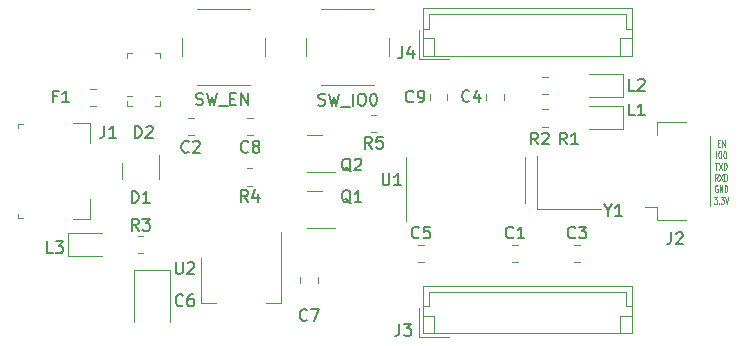
<source format=gto>
%TF.GenerationSoftware,KiCad,Pcbnew,(6.0.0)*%
%TF.CreationDate,2022-05-09T00:40:02+05:30*%
%TF.ProjectId,usb-micro-programmer,7573622d-6d69-4637-926f-2d70726f6772,rev?*%
%TF.SameCoordinates,Original*%
%TF.FileFunction,Legend,Top*%
%TF.FilePolarity,Positive*%
%FSLAX46Y46*%
G04 Gerber Fmt 4.6, Leading zero omitted, Abs format (unit mm)*
G04 Created by KiCad (PCBNEW (6.0.0)) date 2022-05-09 00:40:02*
%MOMM*%
%LPD*%
G01*
G04 APERTURE LIST*
%ADD10C,0.075000*%
%ADD11C,0.150000*%
%ADD12C,0.100000*%
%ADD13C,0.120000*%
G04 APERTURE END LIST*
D10*
X138854761Y-102642142D02*
X138988095Y-102642142D01*
X139045238Y-102956428D02*
X138854761Y-102956428D01*
X138854761Y-102356428D01*
X139045238Y-102356428D01*
X139216666Y-102956428D02*
X139216666Y-102356428D01*
X139445238Y-102956428D01*
X139445238Y-102356428D01*
X138750000Y-103922428D02*
X138750000Y-103322428D01*
X139016666Y-103322428D02*
X139092857Y-103322428D01*
X139130952Y-103351000D01*
X139169047Y-103408142D01*
X139188095Y-103522428D01*
X139188095Y-103722428D01*
X139169047Y-103836714D01*
X139130952Y-103893857D01*
X139092857Y-103922428D01*
X139016666Y-103922428D01*
X138978571Y-103893857D01*
X138940476Y-103836714D01*
X138921428Y-103722428D01*
X138921428Y-103522428D01*
X138940476Y-103408142D01*
X138978571Y-103351000D01*
X139016666Y-103322428D01*
X139435714Y-103322428D02*
X139473809Y-103322428D01*
X139511904Y-103351000D01*
X139530952Y-103379571D01*
X139550000Y-103436714D01*
X139569047Y-103551000D01*
X139569047Y-103693857D01*
X139550000Y-103808142D01*
X139530952Y-103865285D01*
X139511904Y-103893857D01*
X139473809Y-103922428D01*
X139435714Y-103922428D01*
X139397619Y-103893857D01*
X139378571Y-103865285D01*
X139359523Y-103808142D01*
X139340476Y-103693857D01*
X139340476Y-103551000D01*
X139359523Y-103436714D01*
X139378571Y-103379571D01*
X139397619Y-103351000D01*
X139435714Y-103322428D01*
X138645238Y-104288428D02*
X138873809Y-104288428D01*
X138759523Y-104888428D02*
X138759523Y-104288428D01*
X138969047Y-104288428D02*
X139235714Y-104888428D01*
X139235714Y-104288428D02*
X138969047Y-104888428D01*
X139388095Y-104888428D02*
X139388095Y-104288428D01*
X139483333Y-104288428D01*
X139540476Y-104317000D01*
X139578571Y-104374142D01*
X139597619Y-104431285D01*
X139616666Y-104545571D01*
X139616666Y-104631285D01*
X139597619Y-104745571D01*
X139578571Y-104802714D01*
X139540476Y-104859857D01*
X139483333Y-104888428D01*
X139388095Y-104888428D01*
X138883333Y-105854428D02*
X138750000Y-105568714D01*
X138654761Y-105854428D02*
X138654761Y-105254428D01*
X138807142Y-105254428D01*
X138845238Y-105283000D01*
X138864285Y-105311571D01*
X138883333Y-105368714D01*
X138883333Y-105454428D01*
X138864285Y-105511571D01*
X138845238Y-105540142D01*
X138807142Y-105568714D01*
X138654761Y-105568714D01*
X139016666Y-105254428D02*
X139283333Y-105854428D01*
X139283333Y-105254428D02*
X139016666Y-105854428D01*
X139435714Y-105854428D02*
X139435714Y-105254428D01*
X139530952Y-105254428D01*
X139588095Y-105283000D01*
X139626190Y-105340142D01*
X139645238Y-105397285D01*
X139664285Y-105511571D01*
X139664285Y-105597285D01*
X139645238Y-105711571D01*
X139626190Y-105768714D01*
X139588095Y-105825857D01*
X139530952Y-105854428D01*
X139435714Y-105854428D01*
X138845238Y-106249000D02*
X138807142Y-106220428D01*
X138750000Y-106220428D01*
X138692857Y-106249000D01*
X138654761Y-106306142D01*
X138635714Y-106363285D01*
X138616666Y-106477571D01*
X138616666Y-106563285D01*
X138635714Y-106677571D01*
X138654761Y-106734714D01*
X138692857Y-106791857D01*
X138750000Y-106820428D01*
X138788095Y-106820428D01*
X138845238Y-106791857D01*
X138864285Y-106763285D01*
X138864285Y-106563285D01*
X138788095Y-106563285D01*
X139035714Y-106820428D02*
X139035714Y-106220428D01*
X139264285Y-106820428D01*
X139264285Y-106220428D01*
X139454761Y-106820428D02*
X139454761Y-106220428D01*
X139550000Y-106220428D01*
X139607142Y-106249000D01*
X139645238Y-106306142D01*
X139664285Y-106363285D01*
X139683333Y-106477571D01*
X139683333Y-106563285D01*
X139664285Y-106677571D01*
X139645238Y-106734714D01*
X139607142Y-106791857D01*
X139550000Y-106820428D01*
X139454761Y-106820428D01*
X138559523Y-107186428D02*
X138807142Y-107186428D01*
X138673809Y-107415000D01*
X138730952Y-107415000D01*
X138769047Y-107443571D01*
X138788095Y-107472142D01*
X138807142Y-107529285D01*
X138807142Y-107672142D01*
X138788095Y-107729285D01*
X138769047Y-107757857D01*
X138730952Y-107786428D01*
X138616666Y-107786428D01*
X138578571Y-107757857D01*
X138559523Y-107729285D01*
X138978571Y-107729285D02*
X138997619Y-107757857D01*
X138978571Y-107786428D01*
X138959523Y-107757857D01*
X138978571Y-107729285D01*
X138978571Y-107786428D01*
X139130952Y-107186428D02*
X139378571Y-107186428D01*
X139245238Y-107415000D01*
X139302380Y-107415000D01*
X139340476Y-107443571D01*
X139359523Y-107472142D01*
X139378571Y-107529285D01*
X139378571Y-107672142D01*
X139359523Y-107729285D01*
X139340476Y-107757857D01*
X139302380Y-107786428D01*
X139188095Y-107786428D01*
X139150000Y-107757857D01*
X139130952Y-107729285D01*
X139492857Y-107186428D02*
X139626190Y-107786428D01*
X139759523Y-107186428D01*
D11*
%TO.C,D2*%
X89511904Y-102202380D02*
X89511904Y-101202380D01*
X89750000Y-101202380D01*
X89892857Y-101250000D01*
X89988095Y-101345238D01*
X90035714Y-101440476D01*
X90083333Y-101630952D01*
X90083333Y-101773809D01*
X90035714Y-101964285D01*
X89988095Y-102059523D01*
X89892857Y-102154761D01*
X89750000Y-102202380D01*
X89511904Y-102202380D01*
X90464285Y-101297619D02*
X90511904Y-101250000D01*
X90607142Y-101202380D01*
X90845238Y-101202380D01*
X90940476Y-101250000D01*
X90988095Y-101297619D01*
X91035714Y-101392857D01*
X91035714Y-101488095D01*
X90988095Y-101630952D01*
X90416666Y-102202380D01*
X91035714Y-102202380D01*
%TO.C,L2*%
X131833333Y-98202380D02*
X131357142Y-98202380D01*
X131357142Y-97202380D01*
X132119047Y-97297619D02*
X132166666Y-97250000D01*
X132261904Y-97202380D01*
X132500000Y-97202380D01*
X132595238Y-97250000D01*
X132642857Y-97297619D01*
X132690476Y-97392857D01*
X132690476Y-97488095D01*
X132642857Y-97630952D01*
X132071428Y-98202380D01*
X132690476Y-98202380D01*
%TO.C,F1*%
X82916666Y-98678571D02*
X82583333Y-98678571D01*
X82583333Y-99202380D02*
X82583333Y-98202380D01*
X83059523Y-98202380D01*
X83964285Y-99202380D02*
X83392857Y-99202380D01*
X83678571Y-99202380D02*
X83678571Y-98202380D01*
X83583333Y-98345238D01*
X83488095Y-98440476D01*
X83392857Y-98488095D01*
%TO.C,L1*%
X131833333Y-100302380D02*
X131357142Y-100302380D01*
X131357142Y-99302380D01*
X132690476Y-100302380D02*
X132119047Y-100302380D01*
X132404761Y-100302380D02*
X132404761Y-99302380D01*
X132309523Y-99445238D01*
X132214285Y-99540476D01*
X132119047Y-99588095D01*
%TO.C,C3*%
X126795833Y-110607142D02*
X126748214Y-110654761D01*
X126605357Y-110702380D01*
X126510119Y-110702380D01*
X126367261Y-110654761D01*
X126272023Y-110559523D01*
X126224404Y-110464285D01*
X126176785Y-110273809D01*
X126176785Y-110130952D01*
X126224404Y-109940476D01*
X126272023Y-109845238D01*
X126367261Y-109750000D01*
X126510119Y-109702380D01*
X126605357Y-109702380D01*
X126748214Y-109750000D01*
X126795833Y-109797619D01*
X127129166Y-109702380D02*
X127748214Y-109702380D01*
X127414880Y-110083333D01*
X127557738Y-110083333D01*
X127652976Y-110130952D01*
X127700595Y-110178571D01*
X127748214Y-110273809D01*
X127748214Y-110511904D01*
X127700595Y-110607142D01*
X127652976Y-110654761D01*
X127557738Y-110702380D01*
X127272023Y-110702380D01*
X127176785Y-110654761D01*
X127129166Y-110607142D01*
%TO.C,D1*%
X89261904Y-107702380D02*
X89261904Y-106702380D01*
X89500000Y-106702380D01*
X89642857Y-106750000D01*
X89738095Y-106845238D01*
X89785714Y-106940476D01*
X89833333Y-107130952D01*
X89833333Y-107273809D01*
X89785714Y-107464285D01*
X89738095Y-107559523D01*
X89642857Y-107654761D01*
X89500000Y-107702380D01*
X89261904Y-107702380D01*
X90785714Y-107702380D02*
X90214285Y-107702380D01*
X90500000Y-107702380D02*
X90500000Y-106702380D01*
X90404761Y-106845238D01*
X90309523Y-106940476D01*
X90214285Y-106988095D01*
%TO.C,U1*%
X110488095Y-105202380D02*
X110488095Y-106011904D01*
X110535714Y-106107142D01*
X110583333Y-106154761D01*
X110678571Y-106202380D01*
X110869047Y-106202380D01*
X110964285Y-106154761D01*
X111011904Y-106107142D01*
X111059523Y-106011904D01*
X111059523Y-105202380D01*
X112059523Y-106202380D02*
X111488095Y-106202380D01*
X111773809Y-106202380D02*
X111773809Y-105202380D01*
X111678571Y-105345238D01*
X111583333Y-105440476D01*
X111488095Y-105488095D01*
%TO.C,SW_IO0*%
X105067409Y-99413961D02*
X105210266Y-99461580D01*
X105448361Y-99461580D01*
X105543600Y-99413961D01*
X105591219Y-99366342D01*
X105638838Y-99271104D01*
X105638838Y-99175866D01*
X105591219Y-99080628D01*
X105543600Y-99033009D01*
X105448361Y-98985390D01*
X105257885Y-98937771D01*
X105162647Y-98890152D01*
X105115028Y-98842533D01*
X105067409Y-98747295D01*
X105067409Y-98652057D01*
X105115028Y-98556819D01*
X105162647Y-98509200D01*
X105257885Y-98461580D01*
X105495980Y-98461580D01*
X105638838Y-98509200D01*
X105972171Y-98461580D02*
X106210266Y-99461580D01*
X106400742Y-98747295D01*
X106591219Y-99461580D01*
X106829314Y-98461580D01*
X106972171Y-99556819D02*
X107734076Y-99556819D01*
X107972171Y-99461580D02*
X107972171Y-98461580D01*
X108638838Y-98461580D02*
X108829314Y-98461580D01*
X108924552Y-98509200D01*
X109019790Y-98604438D01*
X109067409Y-98794914D01*
X109067409Y-99128247D01*
X109019790Y-99318723D01*
X108924552Y-99413961D01*
X108829314Y-99461580D01*
X108638838Y-99461580D01*
X108543600Y-99413961D01*
X108448361Y-99318723D01*
X108400742Y-99128247D01*
X108400742Y-98794914D01*
X108448361Y-98604438D01*
X108543600Y-98509200D01*
X108638838Y-98461580D01*
X109686457Y-98461580D02*
X109781695Y-98461580D01*
X109876933Y-98509200D01*
X109924552Y-98556819D01*
X109972171Y-98652057D01*
X110019790Y-98842533D01*
X110019790Y-99080628D01*
X109972171Y-99271104D01*
X109924552Y-99366342D01*
X109876933Y-99413961D01*
X109781695Y-99461580D01*
X109686457Y-99461580D01*
X109591219Y-99413961D01*
X109543600Y-99366342D01*
X109495980Y-99271104D01*
X109448361Y-99080628D01*
X109448361Y-98842533D01*
X109495980Y-98652057D01*
X109543600Y-98556819D01*
X109591219Y-98509200D01*
X109686457Y-98461580D01*
%TO.C,Q1*%
X107803961Y-107735619D02*
X107708723Y-107688000D01*
X107613485Y-107592761D01*
X107470628Y-107449904D01*
X107375390Y-107402285D01*
X107280152Y-107402285D01*
X107327771Y-107640380D02*
X107232533Y-107592761D01*
X107137295Y-107497523D01*
X107089676Y-107307047D01*
X107089676Y-106973714D01*
X107137295Y-106783238D01*
X107232533Y-106688000D01*
X107327771Y-106640380D01*
X107518247Y-106640380D01*
X107613485Y-106688000D01*
X107708723Y-106783238D01*
X107756342Y-106973714D01*
X107756342Y-107307047D01*
X107708723Y-107497523D01*
X107613485Y-107592761D01*
X107518247Y-107640380D01*
X107327771Y-107640380D01*
X108708723Y-107640380D02*
X108137295Y-107640380D01*
X108423009Y-107640380D02*
X108423009Y-106640380D01*
X108327771Y-106783238D01*
X108232533Y-106878476D01*
X108137295Y-106926095D01*
%TO.C,C8*%
X99120833Y-103357142D02*
X99073214Y-103404761D01*
X98930357Y-103452380D01*
X98835119Y-103452380D01*
X98692261Y-103404761D01*
X98597023Y-103309523D01*
X98549404Y-103214285D01*
X98501785Y-103023809D01*
X98501785Y-102880952D01*
X98549404Y-102690476D01*
X98597023Y-102595238D01*
X98692261Y-102500000D01*
X98835119Y-102452380D01*
X98930357Y-102452380D01*
X99073214Y-102500000D01*
X99120833Y-102547619D01*
X99692261Y-102880952D02*
X99597023Y-102833333D01*
X99549404Y-102785714D01*
X99501785Y-102690476D01*
X99501785Y-102642857D01*
X99549404Y-102547619D01*
X99597023Y-102500000D01*
X99692261Y-102452380D01*
X99882738Y-102452380D01*
X99977976Y-102500000D01*
X100025595Y-102547619D01*
X100073214Y-102642857D01*
X100073214Y-102690476D01*
X100025595Y-102785714D01*
X99977976Y-102833333D01*
X99882738Y-102880952D01*
X99692261Y-102880952D01*
X99597023Y-102928571D01*
X99549404Y-102976190D01*
X99501785Y-103071428D01*
X99501785Y-103261904D01*
X99549404Y-103357142D01*
X99597023Y-103404761D01*
X99692261Y-103452380D01*
X99882738Y-103452380D01*
X99977976Y-103404761D01*
X100025595Y-103357142D01*
X100073214Y-103261904D01*
X100073214Y-103071428D01*
X100025595Y-102976190D01*
X99977976Y-102928571D01*
X99882738Y-102880952D01*
%TO.C,J2*%
X134916666Y-110202380D02*
X134916666Y-110916666D01*
X134869047Y-111059523D01*
X134773809Y-111154761D01*
X134630952Y-111202380D01*
X134535714Y-111202380D01*
X135345238Y-110297619D02*
X135392857Y-110250000D01*
X135488095Y-110202380D01*
X135726190Y-110202380D01*
X135821428Y-110250000D01*
X135869047Y-110297619D01*
X135916666Y-110392857D01*
X135916666Y-110488095D01*
X135869047Y-110630952D01*
X135297619Y-111202380D01*
X135916666Y-111202380D01*
%TO.C,J4*%
X112166666Y-94452380D02*
X112166666Y-95166666D01*
X112119047Y-95309523D01*
X112023809Y-95404761D01*
X111880952Y-95452380D01*
X111785714Y-95452380D01*
X113071428Y-94785714D02*
X113071428Y-95452380D01*
X112833333Y-94404761D02*
X112595238Y-95119047D01*
X113214285Y-95119047D01*
%TO.C,R1*%
X126083333Y-102752380D02*
X125750000Y-102276190D01*
X125511904Y-102752380D02*
X125511904Y-101752380D01*
X125892857Y-101752380D01*
X125988095Y-101800000D01*
X126035714Y-101847619D01*
X126083333Y-101942857D01*
X126083333Y-102085714D01*
X126035714Y-102180952D01*
X125988095Y-102228571D01*
X125892857Y-102276190D01*
X125511904Y-102276190D01*
X127035714Y-102752380D02*
X126464285Y-102752380D01*
X126750000Y-102752380D02*
X126750000Y-101752380D01*
X126654761Y-101895238D01*
X126559523Y-101990476D01*
X126464285Y-102038095D01*
%TO.C,C5*%
X113583333Y-110607142D02*
X113535714Y-110654761D01*
X113392857Y-110702380D01*
X113297619Y-110702380D01*
X113154761Y-110654761D01*
X113059523Y-110559523D01*
X113011904Y-110464285D01*
X112964285Y-110273809D01*
X112964285Y-110130952D01*
X113011904Y-109940476D01*
X113059523Y-109845238D01*
X113154761Y-109750000D01*
X113297619Y-109702380D01*
X113392857Y-109702380D01*
X113535714Y-109750000D01*
X113583333Y-109797619D01*
X114488095Y-109702380D02*
X114011904Y-109702380D01*
X113964285Y-110178571D01*
X114011904Y-110130952D01*
X114107142Y-110083333D01*
X114345238Y-110083333D01*
X114440476Y-110130952D01*
X114488095Y-110178571D01*
X114535714Y-110273809D01*
X114535714Y-110511904D01*
X114488095Y-110607142D01*
X114440476Y-110654761D01*
X114345238Y-110702380D01*
X114107142Y-110702380D01*
X114011904Y-110654761D01*
X113964285Y-110607142D01*
%TO.C,C1*%
X121545833Y-110607142D02*
X121498214Y-110654761D01*
X121355357Y-110702380D01*
X121260119Y-110702380D01*
X121117261Y-110654761D01*
X121022023Y-110559523D01*
X120974404Y-110464285D01*
X120926785Y-110273809D01*
X120926785Y-110130952D01*
X120974404Y-109940476D01*
X121022023Y-109845238D01*
X121117261Y-109750000D01*
X121260119Y-109702380D01*
X121355357Y-109702380D01*
X121498214Y-109750000D01*
X121545833Y-109797619D01*
X122498214Y-110702380D02*
X121926785Y-110702380D01*
X122212500Y-110702380D02*
X122212500Y-109702380D01*
X122117261Y-109845238D01*
X122022023Y-109940476D01*
X121926785Y-109988095D01*
%TO.C,C4*%
X117833333Y-99069642D02*
X117785714Y-99117261D01*
X117642857Y-99164880D01*
X117547619Y-99164880D01*
X117404761Y-99117261D01*
X117309523Y-99022023D01*
X117261904Y-98926785D01*
X117214285Y-98736309D01*
X117214285Y-98593452D01*
X117261904Y-98402976D01*
X117309523Y-98307738D01*
X117404761Y-98212500D01*
X117547619Y-98164880D01*
X117642857Y-98164880D01*
X117785714Y-98212500D01*
X117833333Y-98260119D01*
X118690476Y-98498214D02*
X118690476Y-99164880D01*
X118452380Y-98117261D02*
X118214285Y-98831547D01*
X118833333Y-98831547D01*
%TO.C,C9*%
X113083333Y-99107142D02*
X113035714Y-99154761D01*
X112892857Y-99202380D01*
X112797619Y-99202380D01*
X112654761Y-99154761D01*
X112559523Y-99059523D01*
X112511904Y-98964285D01*
X112464285Y-98773809D01*
X112464285Y-98630952D01*
X112511904Y-98440476D01*
X112559523Y-98345238D01*
X112654761Y-98250000D01*
X112797619Y-98202380D01*
X112892857Y-98202380D01*
X113035714Y-98250000D01*
X113083333Y-98297619D01*
X113559523Y-99202380D02*
X113750000Y-99202380D01*
X113845238Y-99154761D01*
X113892857Y-99107142D01*
X113988095Y-98964285D01*
X114035714Y-98773809D01*
X114035714Y-98392857D01*
X113988095Y-98297619D01*
X113940476Y-98250000D01*
X113845238Y-98202380D01*
X113654761Y-98202380D01*
X113559523Y-98250000D01*
X113511904Y-98297619D01*
X113464285Y-98392857D01*
X113464285Y-98630952D01*
X113511904Y-98726190D01*
X113559523Y-98773809D01*
X113654761Y-98821428D01*
X113845238Y-98821428D01*
X113940476Y-98773809D01*
X113988095Y-98726190D01*
X114035714Y-98630952D01*
%TO.C,J3*%
X111916666Y-117952380D02*
X111916666Y-118666666D01*
X111869047Y-118809523D01*
X111773809Y-118904761D01*
X111630952Y-118952380D01*
X111535714Y-118952380D01*
X112297619Y-117952380D02*
X112916666Y-117952380D01*
X112583333Y-118333333D01*
X112726190Y-118333333D01*
X112821428Y-118380952D01*
X112869047Y-118428571D01*
X112916666Y-118523809D01*
X112916666Y-118761904D01*
X112869047Y-118857142D01*
X112821428Y-118904761D01*
X112726190Y-118952380D01*
X112440476Y-118952380D01*
X112345238Y-118904761D01*
X112297619Y-118857142D01*
%TO.C,R2*%
X123633333Y-102752380D02*
X123300000Y-102276190D01*
X123061904Y-102752380D02*
X123061904Y-101752380D01*
X123442857Y-101752380D01*
X123538095Y-101800000D01*
X123585714Y-101847619D01*
X123633333Y-101942857D01*
X123633333Y-102085714D01*
X123585714Y-102180952D01*
X123538095Y-102228571D01*
X123442857Y-102276190D01*
X123061904Y-102276190D01*
X124014285Y-101847619D02*
X124061904Y-101800000D01*
X124157142Y-101752380D01*
X124395238Y-101752380D01*
X124490476Y-101800000D01*
X124538095Y-101847619D01*
X124585714Y-101942857D01*
X124585714Y-102038095D01*
X124538095Y-102180952D01*
X123966666Y-102752380D01*
X124585714Y-102752380D01*
%TO.C,SW_EN*%
X94712114Y-99363161D02*
X94854971Y-99410780D01*
X95093066Y-99410780D01*
X95188304Y-99363161D01*
X95235923Y-99315542D01*
X95283542Y-99220304D01*
X95283542Y-99125066D01*
X95235923Y-99029828D01*
X95188304Y-98982209D01*
X95093066Y-98934590D01*
X94902590Y-98886971D01*
X94807352Y-98839352D01*
X94759733Y-98791733D01*
X94712114Y-98696495D01*
X94712114Y-98601257D01*
X94759733Y-98506019D01*
X94807352Y-98458400D01*
X94902590Y-98410780D01*
X95140685Y-98410780D01*
X95283542Y-98458400D01*
X95616876Y-98410780D02*
X95854971Y-99410780D01*
X96045447Y-98696495D01*
X96235923Y-99410780D01*
X96474019Y-98410780D01*
X96616876Y-99506019D02*
X97378780Y-99506019D01*
X97616876Y-98886971D02*
X97950209Y-98886971D01*
X98093066Y-99410780D02*
X97616876Y-99410780D01*
X97616876Y-98410780D01*
X98093066Y-98410780D01*
X98521638Y-99410780D02*
X98521638Y-98410780D01*
X99093066Y-99410780D01*
X99093066Y-98410780D01*
%TO.C,C7*%
X104083333Y-117607142D02*
X104035714Y-117654761D01*
X103892857Y-117702380D01*
X103797619Y-117702380D01*
X103654761Y-117654761D01*
X103559523Y-117559523D01*
X103511904Y-117464285D01*
X103464285Y-117273809D01*
X103464285Y-117130952D01*
X103511904Y-116940476D01*
X103559523Y-116845238D01*
X103654761Y-116750000D01*
X103797619Y-116702380D01*
X103892857Y-116702380D01*
X104035714Y-116750000D01*
X104083333Y-116797619D01*
X104416666Y-116702380D02*
X105083333Y-116702380D01*
X104654761Y-117702380D01*
%TO.C,Y1*%
X129571809Y-108332590D02*
X129571809Y-108808780D01*
X129238476Y-107808780D02*
X129571809Y-108332590D01*
X129905142Y-107808780D01*
X130762285Y-108808780D02*
X130190857Y-108808780D01*
X130476571Y-108808780D02*
X130476571Y-107808780D01*
X130381333Y-107951638D01*
X130286095Y-108046876D01*
X130190857Y-108094495D01*
%TO.C,J1*%
X86916653Y-101202373D02*
X86916653Y-101916659D01*
X86869034Y-102059516D01*
X86773796Y-102154754D01*
X86630939Y-102202373D01*
X86535701Y-102202373D01*
X87916653Y-102202373D02*
X87345225Y-102202373D01*
X87630939Y-102202373D02*
X87630939Y-101202373D01*
X87535701Y-101345231D01*
X87440463Y-101440469D01*
X87345225Y-101488088D01*
%TO.C,U2*%
X92988095Y-112702380D02*
X92988095Y-113511904D01*
X93035714Y-113607142D01*
X93083333Y-113654761D01*
X93178571Y-113702380D01*
X93369047Y-113702380D01*
X93464285Y-113654761D01*
X93511904Y-113607142D01*
X93559523Y-113511904D01*
X93559523Y-112702380D01*
X93988095Y-112797619D02*
X94035714Y-112750000D01*
X94130952Y-112702380D01*
X94369047Y-112702380D01*
X94464285Y-112750000D01*
X94511904Y-112797619D01*
X94559523Y-112892857D01*
X94559523Y-112988095D01*
X94511904Y-113130952D01*
X93940476Y-113702380D01*
X94559523Y-113702380D01*
%TO.C,L3*%
X82583333Y-111952380D02*
X82107142Y-111952380D01*
X82107142Y-110952380D01*
X82821428Y-110952380D02*
X83440476Y-110952380D01*
X83107142Y-111333333D01*
X83250000Y-111333333D01*
X83345238Y-111380952D01*
X83392857Y-111428571D01*
X83440476Y-111523809D01*
X83440476Y-111761904D01*
X83392857Y-111857142D01*
X83345238Y-111904761D01*
X83250000Y-111952380D01*
X82964285Y-111952380D01*
X82869047Y-111904761D01*
X82821428Y-111857142D01*
%TO.C,R5*%
X109583333Y-103102380D02*
X109250000Y-102626190D01*
X109011904Y-103102380D02*
X109011904Y-102102380D01*
X109392857Y-102102380D01*
X109488095Y-102150000D01*
X109535714Y-102197619D01*
X109583333Y-102292857D01*
X109583333Y-102435714D01*
X109535714Y-102530952D01*
X109488095Y-102578571D01*
X109392857Y-102626190D01*
X109011904Y-102626190D01*
X110488095Y-102102380D02*
X110011904Y-102102380D01*
X109964285Y-102578571D01*
X110011904Y-102530952D01*
X110107142Y-102483333D01*
X110345238Y-102483333D01*
X110440476Y-102530952D01*
X110488095Y-102578571D01*
X110535714Y-102673809D01*
X110535714Y-102911904D01*
X110488095Y-103007142D01*
X110440476Y-103054761D01*
X110345238Y-103102380D01*
X110107142Y-103102380D01*
X110011904Y-103054761D01*
X109964285Y-103007142D01*
%TO.C,Q2*%
X107803961Y-105043219D02*
X107708723Y-104995600D01*
X107613485Y-104900361D01*
X107470628Y-104757504D01*
X107375390Y-104709885D01*
X107280152Y-104709885D01*
X107327771Y-104947980D02*
X107232533Y-104900361D01*
X107137295Y-104805123D01*
X107089676Y-104614647D01*
X107089676Y-104281314D01*
X107137295Y-104090838D01*
X107232533Y-103995600D01*
X107327771Y-103947980D01*
X107518247Y-103947980D01*
X107613485Y-103995600D01*
X107708723Y-104090838D01*
X107756342Y-104281314D01*
X107756342Y-104614647D01*
X107708723Y-104805123D01*
X107613485Y-104900361D01*
X107518247Y-104947980D01*
X107327771Y-104947980D01*
X108137295Y-104043219D02*
X108184914Y-103995600D01*
X108280152Y-103947980D01*
X108518247Y-103947980D01*
X108613485Y-103995600D01*
X108661104Y-104043219D01*
X108708723Y-104138457D01*
X108708723Y-104233695D01*
X108661104Y-104376552D01*
X108089676Y-104947980D01*
X108708723Y-104947980D01*
%TO.C,C6*%
X93583333Y-116357142D02*
X93535714Y-116404761D01*
X93392857Y-116452380D01*
X93297619Y-116452380D01*
X93154761Y-116404761D01*
X93059523Y-116309523D01*
X93011904Y-116214285D01*
X92964285Y-116023809D01*
X92964285Y-115880952D01*
X93011904Y-115690476D01*
X93059523Y-115595238D01*
X93154761Y-115500000D01*
X93297619Y-115452380D01*
X93392857Y-115452380D01*
X93535714Y-115500000D01*
X93583333Y-115547619D01*
X94440476Y-115452380D02*
X94250000Y-115452380D01*
X94154761Y-115500000D01*
X94107142Y-115547619D01*
X94011904Y-115690476D01*
X93964285Y-115880952D01*
X93964285Y-116261904D01*
X94011904Y-116357142D01*
X94059523Y-116404761D01*
X94154761Y-116452380D01*
X94345238Y-116452380D01*
X94440476Y-116404761D01*
X94488095Y-116357142D01*
X94535714Y-116261904D01*
X94535714Y-116023809D01*
X94488095Y-115928571D01*
X94440476Y-115880952D01*
X94345238Y-115833333D01*
X94154761Y-115833333D01*
X94059523Y-115880952D01*
X94011904Y-115928571D01*
X93964285Y-116023809D01*
%TO.C,R4*%
X99083333Y-107602380D02*
X98750000Y-107126190D01*
X98511904Y-107602380D02*
X98511904Y-106602380D01*
X98892857Y-106602380D01*
X98988095Y-106650000D01*
X99035714Y-106697619D01*
X99083333Y-106792857D01*
X99083333Y-106935714D01*
X99035714Y-107030952D01*
X98988095Y-107078571D01*
X98892857Y-107126190D01*
X98511904Y-107126190D01*
X99940476Y-106935714D02*
X99940476Y-107602380D01*
X99702380Y-106554761D02*
X99464285Y-107269047D01*
X100083333Y-107269047D01*
%TO.C,R3*%
X89833333Y-110052380D02*
X89500000Y-109576190D01*
X89261904Y-110052380D02*
X89261904Y-109052380D01*
X89642857Y-109052380D01*
X89738095Y-109100000D01*
X89785714Y-109147619D01*
X89833333Y-109242857D01*
X89833333Y-109385714D01*
X89785714Y-109480952D01*
X89738095Y-109528571D01*
X89642857Y-109576190D01*
X89261904Y-109576190D01*
X90166666Y-109052380D02*
X90785714Y-109052380D01*
X90452380Y-109433333D01*
X90595238Y-109433333D01*
X90690476Y-109480952D01*
X90738095Y-109528571D01*
X90785714Y-109623809D01*
X90785714Y-109861904D01*
X90738095Y-109957142D01*
X90690476Y-110004761D01*
X90595238Y-110052380D01*
X90309523Y-110052380D01*
X90214285Y-110004761D01*
X90166666Y-109957142D01*
%TO.C,C2*%
X94083333Y-103357142D02*
X94035714Y-103404761D01*
X93892857Y-103452380D01*
X93797619Y-103452380D01*
X93654761Y-103404761D01*
X93559523Y-103309523D01*
X93511904Y-103214285D01*
X93464285Y-103023809D01*
X93464285Y-102880952D01*
X93511904Y-102690476D01*
X93559523Y-102595238D01*
X93654761Y-102500000D01*
X93797619Y-102452380D01*
X93892857Y-102452380D01*
X94035714Y-102500000D01*
X94083333Y-102547619D01*
X94464285Y-102547619D02*
X94511904Y-102500000D01*
X94607142Y-102452380D01*
X94845238Y-102452380D01*
X94940476Y-102500000D01*
X94988095Y-102547619D01*
X95035714Y-102642857D01*
X95035714Y-102738095D01*
X94988095Y-102880952D01*
X94416666Y-103452380D01*
X95035714Y-103452380D01*
D12*
%TO.C,D2*%
X89315280Y-98613980D02*
X88850460Y-98613980D01*
X88850460Y-98613980D02*
X88850460Y-98690180D01*
X89315280Y-98690180D02*
X89315280Y-98613980D01*
X91192340Y-98690180D02*
X91192340Y-98613980D01*
X88850000Y-95000000D02*
X89250000Y-95000000D01*
X91650000Y-99500000D02*
X91250000Y-99500000D01*
X91192340Y-98613980D02*
X91652080Y-98613980D01*
X88850000Y-99500000D02*
X89250000Y-99500000D01*
X91650000Y-95000000D02*
X91250000Y-95000000D01*
X88850000Y-95000000D02*
X88850000Y-95400000D01*
X88850460Y-98690180D02*
X89315280Y-98690180D01*
X88850000Y-99500000D02*
X88850000Y-99100000D01*
X91652080Y-98690180D02*
X91192340Y-98690180D01*
X91650000Y-99500000D02*
X91650000Y-99100000D01*
X91650000Y-95000000D02*
X91650000Y-95400000D01*
X91652080Y-98613980D02*
X91652080Y-98690180D01*
D13*
%TO.C,L2*%
X130835000Y-98710000D02*
X130835000Y-96790000D01*
X130835000Y-96790000D02*
X127975000Y-96790000D01*
X127975000Y-98710000D02*
X130835000Y-98710000D01*
%TO.C,F1*%
X86261252Y-98040000D02*
X85738748Y-98040000D01*
X86261252Y-99460000D02*
X85738748Y-99460000D01*
%TO.C,L1*%
X127975000Y-101460000D02*
X130835000Y-101460000D01*
X130835000Y-99540000D02*
X127975000Y-99540000D01*
X130835000Y-101460000D02*
X130835000Y-99540000D01*
%TO.C,C3*%
X127223752Y-111265000D02*
X126701248Y-111265000D01*
X127223752Y-112735000D02*
X126701248Y-112735000D01*
%TO.C,D1*%
X91560000Y-105650000D02*
X91560000Y-103650000D01*
X88440000Y-104350000D02*
X88440000Y-105650000D01*
%TO.C,U1*%
X112440000Y-105750000D02*
X112440000Y-109200000D01*
X122560000Y-105750000D02*
X122560000Y-107700000D01*
X122560000Y-105750000D02*
X122560000Y-103800000D01*
X112440000Y-105750000D02*
X112440000Y-103800000D01*
%TO.C,SW_IO0*%
X109750000Y-91250000D02*
X105250000Y-91250000D01*
X104000000Y-93750000D02*
X104000000Y-95250000D01*
X111000000Y-95250000D02*
X111000000Y-93750000D01*
X105250000Y-97750000D02*
X109750000Y-97750000D01*
%TO.C,Q1*%
X104750000Y-109810000D02*
X104100000Y-109810000D01*
X104750000Y-109810000D02*
X106425000Y-109810000D01*
X104750000Y-106690000D02*
X104100000Y-106690000D01*
X104750000Y-106690000D02*
X105400000Y-106690000D01*
%TO.C,C8*%
X99026248Y-100515000D02*
X99548752Y-100515000D01*
X99026248Y-101985000D02*
X99548752Y-101985000D01*
%TO.C,J2*%
X133715000Y-100890000D02*
X133715000Y-101940000D01*
X133715000Y-109110000D02*
X133715000Y-108060000D01*
X133715000Y-108060000D02*
X132725000Y-108060000D01*
X136215000Y-109110000D02*
X133715000Y-109110000D01*
X138185000Y-107940000D02*
X138185000Y-102060000D01*
X136215000Y-100890000D02*
X133715000Y-100890000D01*
%TO.C,J4*%
X113890000Y-95260000D02*
X131610000Y-95260000D01*
X113590000Y-95560000D02*
X116090000Y-95560000D01*
X113890000Y-92950000D02*
X114390000Y-92950000D01*
X131610000Y-91240000D02*
X113890000Y-91240000D01*
X131610000Y-93760000D02*
X130610000Y-93760000D01*
X114890000Y-93760000D02*
X114890000Y-95260000D01*
X131610000Y-95260000D02*
X131610000Y-91240000D01*
X131110000Y-92950000D02*
X131610000Y-92950000D01*
X130610000Y-93760000D02*
X130610000Y-95260000D01*
X131110000Y-91740000D02*
X131110000Y-92950000D01*
X113890000Y-93760000D02*
X114890000Y-93760000D01*
X114390000Y-91740000D02*
X131110000Y-91740000D01*
X113890000Y-91240000D02*
X113890000Y-95260000D01*
X113590000Y-93060000D02*
X113590000Y-95560000D01*
X114390000Y-92950000D02*
X114390000Y-91740000D01*
%TO.C,R1*%
X124477064Y-99765000D02*
X124022936Y-99765000D01*
X124477064Y-101235000D02*
X124022936Y-101235000D01*
%TO.C,C5*%
X114011252Y-111265000D02*
X113488748Y-111265000D01*
X114011252Y-112735000D02*
X113488748Y-112735000D01*
%TO.C,C1*%
X121451248Y-111265000D02*
X121973752Y-111265000D01*
X121451248Y-112735000D02*
X121973752Y-112735000D01*
%TO.C,C4*%
X119265000Y-99011252D02*
X119265000Y-98488748D01*
X120735000Y-99011252D02*
X120735000Y-98488748D01*
%TO.C,C9*%
X114515000Y-98488748D02*
X114515000Y-99011252D01*
X115985000Y-98488748D02*
X115985000Y-99011252D01*
%TO.C,J3*%
X131610000Y-114740000D02*
X113890000Y-114740000D01*
X113890000Y-114740000D02*
X113890000Y-118760000D01*
X113590000Y-119060000D02*
X116090000Y-119060000D01*
X113890000Y-116450000D02*
X114390000Y-116450000D01*
X131610000Y-117260000D02*
X130610000Y-117260000D01*
X114390000Y-115240000D02*
X131110000Y-115240000D01*
X113890000Y-117260000D02*
X114890000Y-117260000D01*
X113590000Y-116560000D02*
X113590000Y-119060000D01*
X130610000Y-117260000D02*
X130610000Y-118760000D01*
X131610000Y-118760000D02*
X131610000Y-114740000D01*
X113890000Y-118760000D02*
X131610000Y-118760000D01*
X131110000Y-116450000D02*
X131610000Y-116450000D01*
X114390000Y-116450000D02*
X114390000Y-115240000D01*
X114890000Y-117260000D02*
X114890000Y-118760000D01*
X131110000Y-115240000D02*
X131110000Y-116450000D01*
%TO.C,R2*%
X124477064Y-97015000D02*
X124022936Y-97015000D01*
X124477064Y-98485000D02*
X124022936Y-98485000D01*
%TO.C,SW_EN*%
X93500000Y-93750000D02*
X93500000Y-95250000D01*
X94750000Y-97750000D02*
X99250000Y-97750000D01*
X99250000Y-91250000D02*
X94750000Y-91250000D01*
X100500000Y-95250000D02*
X100500000Y-93750000D01*
%TO.C,C7*%
X103515000Y-114511252D02*
X103515000Y-113988748D01*
X104985000Y-114511252D02*
X104985000Y-113988748D01*
%TO.C,Y1*%
X123550000Y-103750000D02*
X123550000Y-108250000D01*
X123550000Y-108250000D02*
X128950000Y-108250000D01*
D12*
%TO.C,J1*%
X79659987Y-100986669D02*
X79659987Y-101356669D01*
X85719987Y-109059993D02*
X84249987Y-109059993D01*
X80038139Y-109014901D02*
X79658139Y-109014901D01*
X85719987Y-109059993D02*
X85719987Y-107399993D01*
X85699987Y-100949993D02*
X84249987Y-100949993D01*
X85709987Y-100949993D02*
X85709987Y-102599993D01*
X79658139Y-109014901D02*
X79658139Y-108644901D01*
X80039987Y-100986669D02*
X79659987Y-100986669D01*
D13*
%TO.C,U2*%
X101910000Y-110150000D02*
X101910000Y-116160000D01*
X95090000Y-112400000D02*
X95090000Y-116160000D01*
X95090000Y-116160000D02*
X96350000Y-116160000D01*
X101910000Y-116160000D02*
X100650000Y-116160000D01*
%TO.C,L3*%
X83865000Y-112210000D02*
X86725000Y-112210000D01*
X86725000Y-110290000D02*
X83865000Y-110290000D01*
X83865000Y-110290000D02*
X83865000Y-112210000D01*
%TO.C,R5*%
X109977064Y-101735000D02*
X109522936Y-101735000D01*
X109977064Y-100265000D02*
X109522936Y-100265000D01*
%TO.C,Q2*%
X104750000Y-101940000D02*
X105400000Y-101940000D01*
X104750000Y-105060000D02*
X106425000Y-105060000D01*
X104750000Y-101940000D02*
X104100000Y-101940000D01*
X104750000Y-105060000D02*
X104100000Y-105060000D01*
%TO.C,C6*%
X92510000Y-117750000D02*
X92510000Y-113365000D01*
X89490000Y-113365000D02*
X89490000Y-117750000D01*
X92510000Y-113365000D02*
X89490000Y-113365000D01*
%TO.C,R4*%
X99477064Y-104765000D02*
X99022936Y-104765000D01*
X99477064Y-106235000D02*
X99022936Y-106235000D01*
%TO.C,R3*%
X89772936Y-110515000D02*
X90227064Y-110515000D01*
X89772936Y-111985000D02*
X90227064Y-111985000D01*
%TO.C,C2*%
X93988748Y-101985000D02*
X94511252Y-101985000D01*
X93988748Y-100515000D02*
X94511252Y-100515000D01*
%TD*%
M02*

</source>
